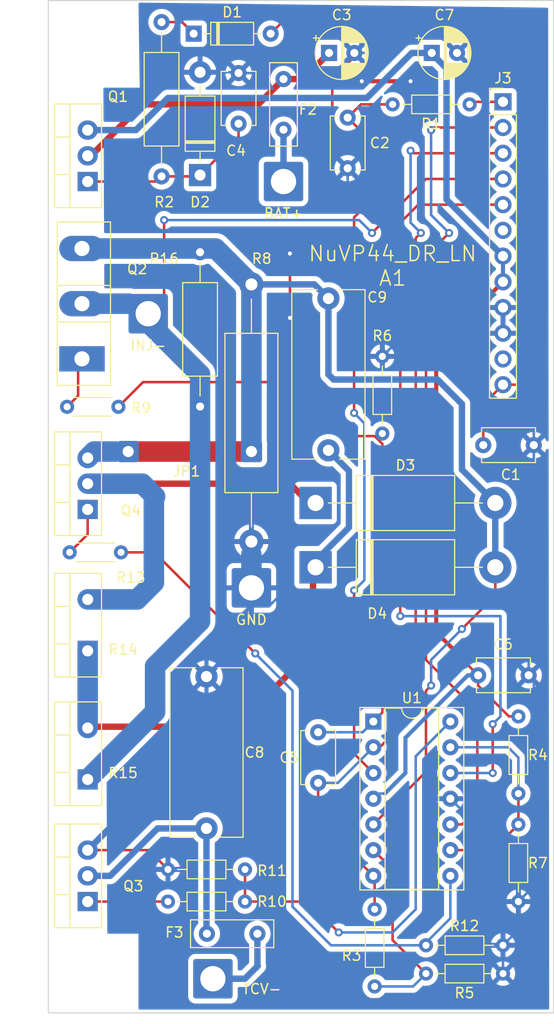
<source format=kicad_pcb>
(kicad_pcb (version 20221018) (generator pcbnew)
  (layers (0 "F.Cu" signal) (31 "B.Cu" signal) (34 "B.Paste" user) (35 "F.Paste" user) (36 "B.SilkS" user "B.Silkscreen") (37 "F.SilkS" user "F.Silkscreen") (38 "B.Mask" user) (39 "F.Mask" user) (44 "Edge.Cuts" user))
  (net 0 "")
  (net 1 "GND")
  (net 2 "+12V")
  (net 3 "Net-(U1A-+)")
  (net 4 "Net-(Q1-C)")
  (net 5 "Net-(D2-K)")
  (net 6 "Net-(J3-Pin_3)")
  (net 7 "Net-(C5-Pad2)")
  (net 8 "+5V")
  (net 9 "Net-(Q3-D)")
  (net 10 "Net-(D1-K)")
  (net 11 "Net-(D3-K)")
  (net 12 "Net-(D4-K)")
  (net 13 "Net-(J2-Pin_1)")
  (net 14 "Net-(J5-Pin_1)")
  (net 15 "Net-(J3-Pin_1)")
  (net 16 "Net-(J3-Pin_2)")
  (net 17 "Net-(J3-Pin_5)")
  (net 20 "Net-(Q3-G)")
  (net 21 "Net-(Q4-G)")
  (net 22 "Net-(U1B--)")
  (net 23 "Net-(U1C--)")
  (net 24 "Net-(D3-A)")
  (net 25 "Net-(J3-Pin_4)")
  (net 26 "Net-(Q2-G)")
  (net 27 "Net-(R12-Pad1)")
  (net 28 "Net-(R10-Pad1)")
  (footprint "Resistor_THT:R_Axial_DIN0204_L3.6mm_D1.6mm_P7.62mm_Horizontal" (layer "F.Cu") (at 168.91 53.34 180)
    (fp_text reference "R1" (at 3.81 -1.92) (layer "F.SilkS"))
    (fp_text value "10K")
    (pad "1" thru_hole circle (at 0 0 180) (size 1.4 1.4) (drill 0.7) (layers "*.Cu" "*.Mask") (net 15 "Net-(J3-Pin_1)"))
    (pad "2" thru_hole oval (at 7.62 0 180) (size 1.4 1.4) (drill 0.7) (layers "*.Cu" "*.Mask") (net 3 "Net-(U1A-+)"))
  )
  (footprint "Resistor_THT:R_Axial_DIN0204_L3.6mm_D1.6mm_P5.08mm_Horizontal" (layer "F.Cu") (at 129.3368 97.5868)
    (fp_text reference "R13" (at 6.0452 2.4892) (layer "F.SilkS"))
    (fp_text value "100R")
    (pad "1" thru_hole circle (at 0 0) (size 1.4 1.4) (drill 0.7) (layers "*.Cu" "*.Mask") (net 21 "Net-(Q4-G)"))
    (pad "2" thru_hole oval (at 5.08 0) (size 1.4 1.4) (drill 0.7) (layers "*.Cu" "*.Mask") (net 27 "Net-(R12-Pad1)"))
  )
  (footprint "Resistor_THT:R_Axial_DIN0204_L3.6mm_D1.6mm_P7.62mm_Horizontal" (layer "F.Cu") (at 146.685 132.08 180)
    (fp_text reference "R10" (at -2.667 0 180) (layer "F.SilkS"))
    (fp_text value "100R")
    (pad "1" thru_hole circle (at 0 0 180) (size 1.4 1.4) (drill 0.7) (layers "*.Cu" "*.Mask") (net 28 "Net-(R10-Pad1)"))
    (pad "2" thru_hole oval (at 7.62 0 180) (size 1.4 1.4) (drill 0.7) (layers "*.Cu" "*.Mask") (net 20 "Net-(Q3-G)"))
  )
  (footprint "Resistor_THT:R_Axial_DIN0309_L9.0mm_D3.2mm_P15.24mm_Horizontal" (layer "F.Cu") (at 138.43 45.212 -90)
    (fp_text reference "R2" (at 17.78 -0.254 -180) (layer "F.SilkS"))
    (fp_text value "220R")
    (pad "1" thru_hole circle (at 0 0 270) (size 1.6 1.6) (drill 0.8) (layers "*.Cu" "*.Mask") (net 10 "Net-(D1-K)"))
    (pad "2" thru_hole oval (at 15.24 0 270) (size 1.6 1.6) (drill 0.8) (layers "*.Cu" "*.Mask") (net 5 "Net-(D2-K)"))
  )
  (footprint "Resistor_THT:R_Axial_DIN0204_L3.6mm_D1.6mm_P7.62mm_Horizontal" (layer "F.Cu") (at 172.212 139.192 180)
    (fp_text reference "R5" (at 3.81 -1.92) (layer "F.SilkS"))
    (fp_text value "10K")
    (pad "1" thru_hole circle (at 0 0 180) (size 1.4 1.4) (drill 0.7) (layers "*.Cu" "*.Mask") (net 1 "GND"))
    (pad "2" thru_hole oval (at 7.62 0 180) (size 1.4 1.4) (drill 0.7) (layers "*.Cu" "*.Mask") (net 22 "Net-(U1B--)"))
  )
  (footprint "MountingHole:MountingHole_3.2mm_M3" (layer "F.Cu") (at 131.9276 139.1412)
    (fp_text reference "MH1" hide)
    (fp_text value "MountingHole_3.2mm_M3")
    (pad "" np_thru_hole circle (at 0 0) (size 3.2 3.2) (drill 3.2) (layers "*.Cu" "*.Mask"))
  )
  (footprint "Capacitor_THT:C_Disc_D5.1mm_W3.2mm_P5.00mm" (layer "F.Cu") (at 153.924 120.356 90)
    (fp_text reference "C5" (at 2.5 -2.85 180) (layer "F.SilkS"))
    (fp_text value "100pF")
    (pad "1" thru_hole circle (at 0 0 90) (size 1.6 1.6) (drill 0.8) (layers "*.Cu" "*.Mask") (net 6 "Net-(J3-Pin_3)"))
    (pad "2" thru_hole circle (at 5 0 90) (size 1.6 1.6) (drill 0.8) (layers "*.Cu" "*.Mask") (net 7 "Net-(C5-Pad2)"))
  )
  (footprint "Connector_PinHeader_2.54mm:PinHeader_1x12_P2.54mm_Vertical" (layer "F.Cu") (at 172.212 53.086)
    (fp_text reference "J3" (at 0 -2.33) (layer "F.SilkS"))
    (fp_text value "Conn_01x12")
    (pad "1" thru_hole rect (at 0 0) (size 1.7 1.7) (drill 1) (layers "*.Cu" "*.Mask") (net 15 "Net-(J3-Pin_1)"))
    (pad "2" thru_hole oval (at 0 2.54) (size 1.7 1.7) (drill 1) (layers "*.Cu" "*.Mask") (net 16 "Net-(J3-Pin_2)"))
    (pad "3" thru_hole oval (at 0 5.08) (size 1.7 1.7) (drill 1) (layers "*.Cu" "*.Mask") (net 6 "Net-(J3-Pin_3)"))
    (pad "4" thru_hole oval (at 0 7.62) (size 1.7 1.7) (drill 1) (layers "*.Cu" "*.Mask") (net 25 "Net-(J3-Pin_4)"))
    (pad "5" thru_hole oval (at 0 10.16) (size 1.7 1.7) (drill 1) (layers "*.Cu" "*.Mask") (net 17 "Net-(J3-Pin_5)"))
    (pad "6" thru_hole oval (at 0 12.7) (size 1.7 1.7) (drill 1) (layers "*.Cu" "*.Mask"))
    (pad "7" thru_hole oval (at 0 15.24) (size 1.7 1.7) (drill 1) (layers "*.Cu" "*.Mask") (net 8 "+5V"))
    (pad "8" thru_hole oval (at 0 17.78) (size 1.7 1.7) (drill 1) (layers "*.Cu" "*.Mask") (net 8 "+5V"))
    (pad "9" thru_hole oval (at 0 20.32) (size 1.7 1.7) (drill 1) (layers "*.Cu" "*.Mask") (net 1 "GND"))
    (pad "10" thru_hole oval (at 0 22.86) (size 1.7 1.7) (drill 1) (layers "*.Cu" "*.Mask") (net 1 "GND"))
    (pad "11" thru_hole oval (at 0 25.4) (size 1.7 1.7) (drill 1) (layers "*.Cu" "*.Mask"))
    (pad "12" thru_hole oval (at 0 27.94) (size 1.7 1.7) (drill 1) (layers "*.Cu" "*.Mask") (net 2 "+12V"))
  )
  (footprint "Resistor_THT:R_Axial_DIN0204_L3.6mm_D1.6mm_P7.62mm_Horizontal" (layer "F.Cu") (at 160.274 85.852 90)
    (fp_text reference "R6" (at 9.652 0) (layer "F.SilkS"))
    (fp_text value "10K")
    (pad "1" thru_hole circle (at 0 0 90) (size 1.4 1.4) (drill 0.7) (layers "*.Cu" "*.Mask") (net 7 "Net-(C5-Pad2)"))
    (pad "2" thru_hole oval (at 7.62 0 90) (size 1.4 1.4) (drill 0.7) (layers "*.Cu" "*.Mask") (net 1 "GND"))
  )
  (footprint "Capacitor_THT:C_Disc_D5.1mm_W3.2mm_P5.00mm" (layer "F.Cu") (at 175.26 86.995 180)
    (fp_text reference "C1" (at 2.286 -2.921 180) (layer "F.SilkS"))
    (fp_text value "1uF")
    (pad "1" thru_hole circle (at 0 0 180) (size 1.6 1.6) (drill 0.8) (layers "*.Cu" "*.Mask") (net 1 "GND"))
    (pad "2" thru_hole circle (at 5 0 180) (size 1.6 1.6) (drill 0.8) (layers "*.Cu" "*.Mask") (net 2 "+12V"))
  )
  (footprint "Connector_Wire:SolderWire-2sqmm_1x01_D2mm_OD3.9mm" (layer "F.Cu") (at 143.51 139.7)
    (fp_text reference "J5" hide)
    (fp_text value "TCV-" (at 4.826 1.016) (layer "F.SilkS"))
    (pad "1" thru_hole roundrect (at 0 0) (size 3.9 3.9) (drill 2.5) (layers "*.Cu" "*.Mask") (roundrect_rratio 0.06410307692) (net 14 "Net-(J5-Pin_1)"))
  )
  (footprint "Resistor_THT:R_Axial_DIN0204_L3.6mm_D1.6mm_P7.62mm_Horizontal" (layer "F.Cu") (at 146.685 128.905 180)
    (fp_text reference "R11" (at -2.667 -0.127) (layer "F.SilkS"))
    (fp_text value "10K")
    (pad "1" thru_hole circle (at 0 0 180) (size 1.4 1.4) (drill 0.7) (layers "*.Cu" "*.Mask") (net 28 "Net-(R10-Pad1)"))
    (pad "2" thru_hole oval (at 7.62 0 180) (size 1.4 1.4) (drill 0.7) (layers "*.Cu" "*.Mask") (net 1 "GND"))
  )
  (footprint "Resistor_THT:R_Axial_DIN0204_L3.6mm_D1.6mm_P7.62mm_Horizontal" (layer "F.Cu") (at 159.512 132.842 -90)
    (fp_text reference "R3" (at 4.572 2.286 -180) (layer "F.SilkS"))
    (fp_text value "10K")
    (pad "1" thru_hole circle (at 0 0 270) (size 1.4 1.4) (drill 0.7) (layers "*.Cu" "*.Mask") (net 6 "Net-(J3-Pin_3)"))
    (pad "2" thru_hole oval (at 7.62 0 270) (size 1.4 1.4) (drill 0.7) (layers "*.Cu" "*.Mask") (net 22 "Net-(U1B--)"))
  )
  (footprint "Capacitor_THT:CP_Radial_D5.0mm_P2.50mm" (layer "F.Cu") (at 155.004888 48.26)
    (fp_text reference "C3" (at 1.25 -3.75) (layer "F.SilkS"))
    (fp_text value "100uF" hide)
    (pad "1" thru_hole rect (at 0 0) (size 1.6 1.6) (drill 0.8) (layers "*.Cu" "*.Mask") (net 4 "Net-(Q1-C)"))
    (pad "2" thru_hole circle (at 2.5 0) (size 1.6 1.6) (drill 0.8) (layers "*.Cu" "*.Mask") (net 1 "GND"))
  )
  (footprint "Diode_THT:D_DO-41_SOD81_P10.16mm_Horizontal" (layer "F.Cu") (at 142.24 60.325 90)
    (fp_text reference "D2" (at -2.667 0 180) (layer "F.SilkS"))
    (fp_text value "5.6V")
    (pad "1" thru_hole rect (at 0 0 90) (size 2.2 2.2) (drill 1.1) (layers "*.Cu" "*.Mask") (net 5 "Net-(D2-K)"))
    (pad "2" thru_hole oval (at 10.16 0 90) (size 2.2 2.2) (drill 1.1) (layers "*.Cu" "*.Mask") (net 1 "GND"))
  )
  (footprint "Capacitor_THT:C_Rect_L16.5mm_W7.0mm_P15.00mm_MKT" (layer "F.Cu") (at 154.94 72.51 -90)
    (fp_text reference "C9" (at -0.12 -4.826 -180) (layer "F.SilkS"))
    (fp_text value "0.1uF")
    (pad "1" thru_hole circle (at 0 0 270) (size 2.2 2.2) (drill 1.1) (layers "*.Cu" "*.Mask") (net 24 "Net-(D3-A)"))
    (pad "2" thru_hole circle (at 15 0 270) (size 2.2 2.2) (drill 1.1) (layers "*.Cu" "*.Mask") (net 12 "Net-(D4-K)"))
  )
  (footprint "Package_TO_SOT_THT:TO-247-3_Vertical" (layer "F.Cu") (at 130.556 78.475 90)
    (fp_text reference "Q2" (at 8.879 5.461 180) (layer "F.SilkS"))
    (fp_text value "IRF250P225")
    (pad "1" thru_hole rect (at 0 0 90) (size 2.5 4.5) (drill 1.5) (layers "*.Cu" "*.Mask") (net 26 "Net-(Q2-G)"))
    (pad "2" thru_hole oval (at 5.45 0 90) (size 2.5 4.5) (drill 1.5) (layers "*.Cu" "*.Mask") (net 25 "Net-(J3-Pin_4)"))
    (pad "3" thru_hole oval (at 10.9 0 90) (size 2.5 4.5) (drill 1.5) (layers "*.Cu" "*.Mask") (net 24 "Net-(D3-A)"))
  )
  (footprint "Connector_Wire:SolderWire-0.5sqmm_1x01_D0.9mm_OD2.1mm" (layer "F.Cu") (at 147.32 87.63)
    (fp_text reference "J6" hide)
    (fp_text value "TCV" hide)
    (pad "1" thru_hole roundrect (at 0 0) (size 2.1 2.1) (drill 1.1) (layers "*.Cu" "*.Mask") (roundrect_rratio 0.1190480952) (net 24 "Net-(D3-A)"))
  )
  (footprint "Capacitor_THT:C_Disc_D5.1mm_W3.2mm_P5.00mm" (layer "F.Cu") (at 146.05 50.245 -90)
    (fp_text reference "C4" (at 7.667 0.254 -180) (layer "F.SilkS"))
    (fp_text value "1uF")
    (pad "1" thru_hole circle (at 0 0 270) (size 1.6 1.6) (drill 0.8) (layers "*.Cu" "*.Mask") (net 1 "GND"))
    (pad "2" thru_hole circle (at 5 0 270) (size 1.6 1.6) (drill 0.8) (layers "*.Cu" "*.Mask") (net 5 "Net-(D2-K)"))
  )
  (footprint "Connector_Wire:SolderWire-2sqmm_1x01_D2mm_OD3.9mm" (layer "F.Cu") (at 147.32 101.092)
    (fp_text reference "J1" hide)
    (fp_text value "GND" (at 0 3.15) (layer "F.SilkS"))
    (pad "1" thru_hole roundrect (at 0 0) (size 3.9 3.9) (drill 2.5) (layers "*.Cu" "*.Mask") (roundrect_rratio 0.06410307692) (net 1 "GND"))
  )
  (footprint "Diode_THT:D_DO-35_SOD27_P7.62mm_Horizontal" (layer "F.Cu") (at 141.605 46.355)
    (fp_text reference "D1" (at 3.81 -2.12) (layer "F.SilkS"))
    (fp_text value "1N914B")
    (pad "1" thru_hole rect (at 0 0) (size 1.6 1.6) (drill 0.8) (layers "*.Cu" "*.Mask") (net 10 "Net-(D1-K)"))
    (pad "2" thru_hole oval (at 7.62 0) (size 1.6 1.6) (drill 0.8) (layers "*.Cu" "*.Mask") (net 2 "+12V"))
  )
  (footprint "Resistor_THT:R_Axial_DIN0204_L3.6mm_D1.6mm_P7.62mm_Horizontal" (layer "F.Cu") (at 173.736 113.792 -90)
    (fp_text reference "R4" (at 3.81 -1.92 -180) (layer "F.SilkS"))
    (fp_text value "10K")
    (pad "1" thru_hole circle (at 0 0 270) (size 1.4 1.4) (drill 0.7) (layers "*.Cu" "*.Mask") (net 8 "+5V"))
    (pad "2" thru_hole oval (at 7.62 0 270) (size 1.4 1.4) (drill 0.7) (layers "*.Cu" "*.Mask") (net 23 "Net-(U1C--)"))
  )
  (footprint "MYfootprints:D_DO-201AD_P17.78mm_Horizontal" (layer "F.Cu") (at 154.94 92.71)
    (fp_text reference "D3" (at 7.62 -3.72) (layer "F.SilkS"))
    (fp_text value "31V")
    (pad "1" thru_hole rect (at -1.27 0) (size 3.2 3.2) (drill 1.6) (layers "*.Cu" "*.Mask") (net 11 "Net-(D3-K)"))
    (pad "2" thru_hole oval (at 16.51 0) (size 3.2 3.2) (drill 1.6) (layers "*.Cu" "*.Mask") (net 24 "Net-(D3-A)"))
  )
  (footprint "Package_DIP:DIP-14_W7.62mm_Socket" (layer "F.Cu") (at 159.385 114.3)
    (fp_text reference "U1" (at 3.81 -2.33) (layer "F.SilkS"))
    (fp_text value "Opamp_Quad")
    (pad "1" thru_hole rect (at 0 0) (size 1.6 1.6) (drill 0.8) (layers "*.Cu" "*.Mask") (net 7 "Net-(C5-Pad2)"))
    (pad "2" thru_hole oval (at 0 2.54) (size 1.6 1.6) (drill 0.8) (layers "*.Cu" "*.Mask") (net 6 "Net-(J3-Pin_3)"))
    (pad "3" thru_hole oval (at 0 5.08) (size 1.6 1.6) (drill 0.8) (layers "*.Cu" "*.Mask") (net 3 "Net-(U1A-+)"))
    (pad "4" thru_hole oval (at 0 7.62) (size 1.6 1.6) (drill 0.8) (layers "*.Cu" "*.Mask") (net 8 "+5V"))
    (pad "5" thru_hole oval (at 0 10.16) (size 1.6 1.6) (drill 0.8) (layers "*.Cu" "*.Mask") (net 24 "Net-(D3-A)"))
    (pad "6" thru_hole oval (at 0 12.7) (size 1.6 1.6) (drill 0.8) (layers "*.Cu" "*.Mask") (net 22 "Net-(U1B--)"))
    (pad "7" thru_hole oval (at 0 15.24) (size 1.6 1.6) (drill 0.8) (layers "*.Cu" "*.Mask") (net 6 "Net-(J3-Pin_3)"))
    (pad "8" thru_hole oval (at 7.62 15.24) (size 1.6 1.6) (drill 0.8) (layers "*.Cu" "*.Mask") (net 27 "Net-(R12-Pad1)"))
    (pad "9" thru_hole oval (at 7.62 12.7) (size 1.6 1.6) (drill 0.8) (layers "*.Cu" "*.Mask") (net 23 "Net-(U1C--)"))
    (pad "10" thru_hole oval (at 7.62 10.16) (size 1.6 1.6) (drill 0.8) (layers "*.Cu" "*.Mask") (net 16 "Net-(J3-Pin_2)"))
    (pad "11" thru_hole oval (at 7.62 7.62) (size 1.6 1.6) (drill 0.8) (layers "*.Cu" "*.Mask") (net 1 "GND"))
    (pad "12" thru_hole oval (at 7.62 5.08) (size 1.6 1.6) (drill 0.8) (layers "*.Cu" "*.Mask") (net 17 "Net-(J3-Pin_5)"))
    (pad "13" thru_hole oval (at 7.62 2.54) (size 1.6 1.6) (drill 0.8) (layers "*.Cu" "*.Mask") (net 23 "Net-(U1C--)"))
    (pad "14" thru_hole oval (at 7.62 0) (size 1.6 1.6) (drill 0.8) (layers "*.Cu" "*.Mask") (net 28 "Net-(R10-Pad1)"))
  )
  (footprint "MountingHole:MountingHole_3.2mm_M3" (layer "F.Cu") (at 132.0292 47.1932)
    (fp_text reference "MH2" hide)
    (fp_text value "MountingHole_3.2mm_M3")
    (pad "" np_thru_hole circle (at 0 0) (size 3.2 3.2) (drill 3.2) (layers "*.Cu" "*.Mask"))
  )
  (footprint "Resistor_THT:R_Axial_DIN0204_L3.6mm_D1.6mm_P7.62mm_Horizontal" (layer "F.Cu") (at 173.736 124.46 -90)
    (fp_text reference "R7" (at 3.81 -1.92 -180) (layer "F.SilkS"))
    (fp_text value "10K")
    (pad "1" thru_hole circle (at 0 0 270) (size 1.4 1.4) (drill 0.7) (layers "*.Cu" "*.Mask") (net 23 "Net-(U1C--)"))
    (pad "2" thru_hole oval (at 7.62 0 270) (size 1.4 1.4) (drill 0.7) (layers "*.Cu" "*.Mask") (net 1 "GND"))
  )
  (footprint "Package_TO_SOT_THT:TO-220-3_Vertical" (layer "F.Cu") (at 131.12 93.345 90)
    (fp_text reference "Q4" (at -0.127 4.262 180) (layer "F.SilkS"))
    (fp_text value "75NF20")
    (pad "1" thru_hole rect (at 0 0 90) (size 1.905 2) (drill 1.1) (layers "*.Cu" "*.Mask") (net 21 "Net-(Q4-G)"))
    (pad "2" thru_hole oval (at 2.54 0 90) (size 1.905 2) (drill 1.1) (layers "*.Cu" "*.Mask") (net 11 "Net-(D3-K)"))
    (pad "3" thru_hole oval (at 5.08 0 90) (size 1.905 2) (drill 1.1) (layers "*.Cu" "*.Mask") (net 24 "Net-(D3-A)"))
  )
  (footprint "Package_TO_SOT_THT:TO-220-3_Vertical" (layer "F.Cu") (at 131.12 60.96 90)
    (fp_text reference "Q1" (at 8.382 2.992 180) (layer "F.SilkS"))
    (fp_text value "MJF44H11G")
    (pad "1" thru_hole rect (at 0 0 90) (size 1.905 2) (drill 1.1) (layers "*.Cu" "*.Mask") (net 5 "Net-(D2-K)"))
    (pad "2" thru_hole oval (at 2.54 0 90) (size 1.905 2) (drill 1.1) (layers "*.Cu" "*.Mask") (net 4 "Net-(Q1-C)"))
    (pad "3" thru_hole oval (at 5.08 0 90) (size 1.905 2) (drill 1.1) (layers "*.Cu" "*.Mask") (net 8 "+5V"))
  )
  (footprint "MYfootprints:D_DO-201AD_P17.78mm_Horizontal" (layer "F.Cu") (at 154.94 99.06)
    (fp_text reference "D4" (at 4.826 4.572) (layer "F.SilkS"))
    (fp_text value "31V")
    (pad "1" thru_hole rect (at -1.27 0) (size 3.2 3.2) (drill 1.6) (layers "*.Cu" "*.Mask") (net 12 "Net-(D4-K)"))
    (pad "2" thru_hole oval (at 16.51 0) (size 3.2 3.2) (drill 1.6) (layers "*.Cu" "*.Mask") (net 24 "Net-(D3-A)"))
  )
  (footprint "Package_TO_SOT_THT:TO-220-2_Vertical" (layer "F.Cu") (at 131.12 120.015 90)
    (fp_text reference "R15" (at 0.635 3.5 180) (layer "F.SilkS"))
    (fp_text value "1R")
    (pad "1" thru_hole rect (at 0 0 90) (size 2 2) (drill 1.1) (layers "*.Cu" "*.Mask") (net 25 "Net-(J3-Pin_4)"))
    (pad "2" thru_hole oval (at 5.08 0 90) (size 2 2) (drill 1.1) (layers "*.Cu" "*.Mask") (net 12 "Net-(D4-K)"))
  )
  (footprint "Capacitor_THT:C_Disc_D5.1mm_W3.2mm_P5.00mm" (layer "F.Cu") (at 156.845 59.65 90)
    (fp_text reference "C2" (at 2.5 3.175 180) (layer "F.SilkS"))
    (fp_text value "0.1uF")
    (pad "1" thru_hole circle (at 0 0 90) (size 1.6 1.6) (drill 0.8) (layers "*.Cu" "*.Mask") (net 1 "GND"))
    (pad "2" thru_hole circle (at 5 0 90) (size 1.6 1.6) (drill 0.8) (layers "*.Cu" "*.Mask") (net 3 "Net-(U1A-+)"))
  )
  (footprint "Capacitor_THT:C_Rect_L16.5mm_W7.0mm_P15.00mm_MKT" (layer "F.Cu") (at 142.875 109.855 -90)
    (fp_text reference "C8" (at 7.5 -4.75 -180) (layer "F.SilkS"))
    (fp_text value "1uF")
    (pad "1" thru_hole circle (at 0 0 270) (size 2.2 2.2) (drill 1.1) (layers "*.Cu" "*.Mask") (net 1 "GND"))
    (pad "2" thru_hole circle (at 15 0 270) (size 2.2 2.2) (drill 1.1) (layers "*.Cu" "*.Mask") (net 9 "Net-(Q3-D)"))
  )
  (footprint "Resistor_THT:R_Axial_DIN0516_L15.5mm_D5.0mm_P25.40mm_Horizontal" (layer "F.Cu") (at 147.32 71.12 -90)
    (fp_text reference "R8" (at -2.54 -1.016) (layer "F.SilkS"))
    (fp_text value ".05R")
    (pad "1" thru_hole circle (at 0 0 270) (size 2.4 2.4) (drill 1.2) (layers "*.Cu" "*.Mask") (net 24 "Net-(D3-A)"))
    (pad "2" thru_hole oval (at 25.4 0 270) (size 2.4 2.4) (drill 1.2) (layers "*.Cu" "*.Mask") (net 1 "GND"))
  )
  (footprint "Connector_Wire:SolderWire-2sqmm_1x01_D2mm_OD3.9mm" (layer "F.Cu") (at 137.1092 74.0156)
    (fp_text reference "J4" hide)
    (fp_text value "INJ-" (at 0 3.15) (layer "F.SilkS"))
    (pad "1" thru_hole roundrect (at 0 0) (size 3.9 3.9) (drill 2.5) (layers "*.Cu" "*.Mask") (roundrect_rratio 0.06410307692) (net 25 "Net-(J3-Pin_4)"))
  )
  (footprint "Capacitor_THT:CP_Radial_D5.0mm_P2.50mm" (layer "F.Cu") (at 165.164888 48.26)
    (fp_text reference "C7" (at 1.25 -3.75) (layer "F.SilkS"))
    (fp_text value "100uF")
    (pad "1" thru_hole rect (at 0 0) (size 1.6 1.6) (drill 0.8) (layers "*.Cu" "*.Mask") (net 8 "+5V"))
    (pad "2" thru_hole circle (at 2.5 0) (size 1.6 1.6) (drill 0.8) (layers "*.Cu" "*.Mask") (net 1 "GND"))
  )
  (footprint "Resistor_THT:R_Axial_DIN0204_L3.6mm_D1.6mm_P7.62mm_Horizontal" (layer "F.Cu") (at 164.592 136.398)
    (fp_text reference "R12" (at 3.81 -1.92) (layer "F.SilkS"))
    (fp_text value "10K")
    (pad "1" thru_hole circle (at 0 0) (size 1.4 1.4) (drill 0.7) (layers "*.Cu" "*.Mask") (net 27 "Net-(R12-Pad1)"))
    (pad "2" thru_hole oval (at 7.62 0) (size 1.4 1.4) (drill 0.7) (layers "*.Cu" "*.Mask") (net 1 "GND"))
  )
  (footprint "Capacitor_THT:C_Disc_D8.0mm_W2.5mm_P5.00mm" (layer "F.Cu") (at 142.915 135.255)
    (fp_text reference "F3" (at -3.215 -0.127) (layer "F.SilkS"))
    (fp_text value "Polyfuse")
    (pad "1" thru_hole circle (at 0 0) (size 1.6 1.6) (drill 0.8) (layers "*.Cu" "*.Mask") (net 9 "Net-(Q3-D)"))
    (pad "2" thru_hole circle (at 5 0) (size 1.6 1.6) (drill 0.8) (layers "*.Cu" "*.Mask") (net 14 "Net-(J5-Pin_1)"))
  )
  (footprint "Resistor_THT:R_Axial_DIN0309_L9.0mm_D3.2mm_P15.24mm_Horizontal" (layer "F.Cu") (at 142.24 67.945 -90)
    (fp_text reference "R16" (at 0.635 3.556 -180) (layer "F.SilkS"))
    (fp_text value "220R")
    (pad "1" thru_hole circle (at 0 0 270) (size 1.6 1.6) (drill 0.8) (layers "*.Cu" "*.Mask") (net 24 "Net-(D3-A)"))
    (pad "2" thru_hole oval (at 15.24 0 270) (size 1.6 1.6) (drill 0.8) (layers "*.Cu" "*.Mask") (net 25 "Net-(J3-Pin_4)"))
  )
  (footprint "Package_TO_SOT_THT:TO-220-2_Vertical" (layer "F.Cu") (at 131.12 107.315 90)
    (fp_text reference "R14" (at 0.127 3.5 180) (layer "F.SilkS"))
    (fp_text value "1R")
    (pad "1" thru_hole rect (at 0 0 90) (size 2 2) (drill 1.1) (layers "*.Cu" "*.Mask") (net 12 "Net-(D4-K)"))
    (pad "2" thru_hole oval (at 5.08 0 90) (size 2 2) (drill 1.1) (layers "*.Cu" "*.Mask") (net 11 "Net-(D3-K)"))
  )
  (footprint "Capacitor_THT:C_Disc_D8.0mm_W2.5mm_P5.00mm" (layer "F.Cu") (at 150.495 55.84 90)
    (fp_text reference "F2" (at 1.992 2.413 180) (layer "F.SilkS"))
    (fp_text value "Polyfuse")
    (pad "1" thru_hole circle (at 0 0 90) (size 1.6 1.6) (drill 0.8) (layers "*.Cu" "*.Mask") (net 13 "Net-(J2-Pin_1)"))
    (pad "2" thru_hole circle (at 5 0 90) (size 1.6 1.6) (drill 0.8) (layers "*.Cu" "*.Mask") (net 4 "Net-(Q1-C)"))
  )
  (footprint "Capacitor_THT:C_Disc_D5.1mm_W3.2mm_P5.00mm" (layer "F.Cu") (at 174.752 109.728 180)
    (fp_text reference "C6" (at 2.54 3.048) (layer "F.SilkS"))
    (fp_text value "0.1uF")
    (pad "1" thru_hole circle (at 0 0 180) (size 1.6 1.6) (drill 0.8) (layers "*.Cu" "*.Mask") (net 1 "GND"))
    (pad "2" thru_hole circle (at 5 0 180) (size 1.6 1.6) (drill 0.8) (layers "*.Cu" "*.Mask") (net 8 "+5V"))
  )
  (footprint "Connector_Wire:SolderWire-0.5sqmm_1x01_D0.9mm_OD2.1mm" (layer "F.Cu") (at 135.128 87.63)
    (fp_text reference "J7" hide)
    (fp_text value "TCV" hide)
    (pad "1" thru_hole roundrect (at 0 0) (size 2.1 2.1) (drill 1.1) (layers "*.Cu" "*.Mask") (roundrect_rratio 0.1190480952) (net 24 "Net-(D3-A)"))
  )
  (footprint "Package_TO_SOT_THT:TO-220-3_Vertical" (layer "F.Cu") (at 131.12 132.08 90)
    (fp_text reference "Q3" (at 1.524 4.516 180) (layer "F.SilkS"))
    (fp_text value "IRL2910")
    (pad "1" thru_hole rect (at 0 0 90) (size 1.905 2) (drill 1.1) (layers "*.Cu" "*.Mask") (net 20 "Net-(Q3-G)"))
    (pad "2" thru_hole oval (at 2.54 0 90) (size 1.905 2) (drill 1.1) (layers "*.Cu" "*.Mask") (net 9 "Net-(Q3-D)"))
    (pad "3" thru_hole oval (at 5.08 0 90) (size 1.905 2) (drill 1.1) (layers "*.Cu" "*.Mask") (net 1 "GND"))
  )
  (footprint "Connector_Wire:SolderWire-2sqmm_1x01_D2mm_OD3.9mm" (layer "F.Cu") (at 150.495 60.96)
    (fp_text reference "J2" hide)
    (fp_text value "BAT+" (at 0 3.15) (layer "F.SilkS"))
    (pad "1" thru_hole roundrect (at 0 0) (size 3.9 3.9) (drill 2.5) (layers "*.Cu" "*.Mask") (roundrect_rratio 0.06410307692) (net 13 "Net-(J2-Pin_1)"))
  )
  (footprint "Resistor_THT:R_Axial_DIN0204_L3.6mm_D1.6mm_P5.08mm_Horizontal" (layer "F.Cu") (at 134.1628 83.2104 180)
    (fp_text reference "R9" (at -2.2352 -0.1016 180) (layer "F.SilkS"))
    (fp_text value "100R")
    (pad "1" thru_hole circle (at 0 0 180) (size 1.4 1.4) (drill 0.7) (layers "*.Cu" "*.Mask") (net 7 "Net-(C5-Pad2)"))
    (pad "2" thru_hole oval (at 5.08 0 180) (size 1.4 1.4) (drill 0.7) (layers "*.Cu" "*.Mask") (net 26 "Net-(Q2-G)"))
  )
  (gr_rect (start 127.22 43.08) (end 177.22 143.08) (stroke (width 0.1)) (fill none) (layer "Edge.Cuts"))
  (gr_text "JP1" (at 139.446 90.17) (layer "F.SilkS") (effects (font (size 1 1)) (justify left bottom)))
  (gr_text "NuVP44_DR_LN\nA1" (at 161.29 71.374) (layer "F.SilkS") (effects (font (size 1.5 1.5)) (justify bottom)))
  (segment (start 151.13 68.326) (end 151.384 68.072) (width 0.25) (layer "F.Cu") (net 1))
  (segment (start 157.504888 48.26) (end 157.504888 48.616112) (width 0.25) (layer "F.Cu") (net 1))
  (segment (start 137.16 127) (end 131.12 127) (width 0.25) (layer "F.Cu") (net 1))
  (segment (start 151.13 74.422) (end 151.13 68.326) (width 0.25) (layer "F.Cu") (net 1))
  (segment (start 157.504888 48.616112) (end 155.321 50.8) (width 0.25) (layer "F.Cu") (net 1))
  (segment (start 155.321 58.126) (end 156.845 59.65) (width 0.25) (layer "F.Cu") (net 1))
  (segment (start 163.068 51.054) (end 158.242 51.054) (width 0.4064) (layer "F.Cu") (net 1))
  (segment (start 155.321 50.8) (end 155.321 58.126) (width 0.25) (layer "F.Cu") (net 1))
  (segment (start 137.16 127) (end 139.065 128.905) (width 0.25) (layer "F.Cu") (net 1))
  (via (at 163.068 51.054) (size 0.8) (drill 0.4) (layers "F.Cu" "B.Cu") (net 1))
  (via (at 151.13 74.422) (size 0.8) (drill 0.4) (layers "F.Cu" "B.Cu") (net 1))
  (via (at 158.242 51.054) (size 0.8) (drill 0.4) (layers "F.Cu" "B.Cu") (net 1))
  (via (at 151.13 68.072) (size 0.8) (drill 0.4) (layers "F.Cu" "B.Cu") (net 1))
  (segment (start 160.274 78.232) (end 162.56 75.946) (width 0.25) (layer "B.Cu") (net 1))
  (segment (start 158.115 47.649888) (end 157.504888 48.26) (width 0.25) (layer "B.Cu") (net 1))
  (segment (start 174.752 102.616) (end 175.26 102.108) (width 0.25) (layer "B.Cu") (net 1))
  (segment (start 136.553 121.567) (end 136.934 121.186) (width 0.635) (layer "B.Cu") (net 1))
  (segment (start 142.24 50.165) (end 145.97 50.165) (width 0.25) (layer "B.Cu") (net 1))
  (segment (start 167.005 121.92) (end 173.736 128.651) (width 0.25) (layer "B.Cu") (net 1))
  (segment (start 136.68 121.44) (end 136.704488 121.415512) (width 0.25) (layer "B.Cu") (net 1))
  (segment (start 158.115 46.99) (end 158.115 47.649888) (width 0.25) (layer "B.Cu") (net 1))
  (segment (start 157.504888 48.26) (end 160.02 48.26) (width 0.25) (layer "B.Cu") (net 1))
  (segment (start 155.575 44.45) (end 158.115 46.99) (width 0.25) (layer "B.Cu") (net 1))
  (segment (start 173.736 75.946) (end 172.212 75.946) (width 0.25) (layer "B.Cu") (net 1))
  (segment (start 156.845 61.341) (end 168.91 73.406) (width 0.25) (layer "B.Cu") (net 1))
  (segment (start 151.765 48.26) (end 151.765 46.99) (width 0.25) (layer "B.Cu") (net 1))
  (segment (start 146.05 50.245) (end 147.875 50.245) (width 0.25) (layer "B.Cu") (net 1))
  (segment (start 164.489888 45.085) (end 167.664888 48.26) (width 0.25) (layer "B.Cu") (net 1))
  (segment (start 169.672 141.732) (end 172.212 139.192) (width 0.25) (layer "B.Cu") (net 1))
  (segment (start 168.91 73.406) (end 172.212 73.406) (width 0.25) (layer "B.Cu") (net 1))
  (segment (start 147.32 102.87) (end 142.875 107.315) (width 0.4064) (layer "B.Cu") (net 1))
  (segment (start 175.26 102.108) (end 175.26 77.47) (width 0.25) (layer "B.Cu") (net 1))
  (segment (start 149.86 48.26) (end 151.765 48.26) (width 0.25) (layer "B.Cu") (net 1))
  (segment (start 131.12 127) (end 136.553 121.567) (width 0.635) (layer "B.Cu") (net 1))
  (segment (start 175.26 130.556) (end 175.26 110.236) (width 0.25) (layer "B.Cu") (net 1))
  (segment (start 173.736 132.08) (end 175.26 130.556) (width 0.25) (layer "B.Cu") (net 1))
  (segment (start 163.195 45.085) (end 164.489888 45.085) (width 0.25) (layer "B.Cu") (net 1))
  (segment (start 173.736 128.651) (end 173.736 132.08) (width 0.25) (layer "B.Cu") (net 1))
  (segment (start 174.244 102.108) (end 174.752 102.616) (width 0.25) (layer "B.Cu") (net 1))
  (segment (start 150.368 141.732) (end 169.672 141.732) (width 0.25) (layer "B.Cu") (net 1))
  (segment (start 173.736 132.08) (end 173.736 134.874) (width 0.25) (layer "B.Cu") (net 1))
  (segment (start 174.752 109.728) (end 174.752 102.616) (width 0.25) (layer "B.Cu") (net 1))
  (segment (start 136.934 121.186) (end 136.68 121.44) (width 0.4064) (layer "B.Cu") (net 1))
  (segment (start 175.26 110.236) (end 174.7642 109.7402) (width 0.25) (layer "B.Cu") (net 1))
  (segment (start 150.368 121.666) (end 136.652 121.666) (width 0.25) (layer "B.Cu") (net 1))
  (segment (start 154.305 44.45) (end 155.575 44.45) (width 0.25) (layer "B.Cu") (net 1))
  (segment (start 147.875 50.245) (end 149.86 48.26) (width 0.25) (layer "B.Cu") (net 1))
  (segment (start 150.368 121.666) (end 150.368 141.732) (width 0.25) (layer "B.Cu") (net 1))
  (segment (start 156.845 59.65) (end 156.845 61.341) (width 0.25) (layer "B.Cu") (net 1))
  (segment (start 173.736 134.874) (end 172.212 136.398) (width 0.25) (layer "B.Cu") (net 1))
  (segment (start 160.02 48.26) (end 163.195 45.085) (width 0.25) (layer "B.Cu") (net 1))
  (segment (start 142.875 115.245) (end 136.934 121.186) (width 0.4064) (layer "B.Cu") (net 1))
  (segment (start 162.56 75.946) (end 172.212 75.946) (width 0.25) (layer "B.Cu") (net 1))
  (segment (start 172.212 75.946) (end 172.212 73.406) (width 0.25) (layer "B.Cu") (net 1))
  (segment (start 149.098 102.87) (end 149.86 102.108) (width 0.25) (layer "B.Cu") (net 1))
  (segment (start 142.875 109.855) (end 142.875 115.245) (width 0.4064) (layer "B.Cu") (net 1))
  (segment (start 172.212 136.398) (end 172.212 139.192) (width 0.25) (layer "B.Cu") (net 1))
  (segment (start 175.26 77.47) (end 173.736 75.946) (width 0.25) (layer "B.Cu") (net 1))
  (segment (start 151.765 46.99) (end 154.305 44.45) (width 0.25) (layer "B.Cu") (net 1))
  (segment (start 149.86 102.108) (end 174.244 102.108) (width 0.25) (layer "B.Cu") (net 1))
  (segment (start 142.875 107.315) (end 142.875 109.855) (width 0.4064) (layer "B.Cu") (net 1))
  (segment (start 147.32 101.092) (end 147.32 97.79) (width 2.032) (layer "B.Cu") (net 1))
  (segment (start 136.652 121.666) (end 136.553 121.567) (width 0.25) (layer "B.Cu") (net 1))
  (segment (start 149.225 46.355) (end 150.495 45.085) (width 0.25) (layer "F.Cu") (net 2))
  (segment (start 174.244 81.026) (end 172.212 81.026) (width 0.25) (layer "F.Cu") (net 2))
  (segment (start 150.495 45.085) (end 175.26 45.085) (width 0.25) (layer "F.Cu") (net 2))
  (segment (start 175.26 80.01) (end 174.244 81.026) (width 0.25) (layer "F.Cu") (net 2))
  (segment (start 175.26 45.085) (end 175.26 80.01) (width 0.25) (layer "F.Cu") (net 2))
  (segment (start 170.26 86.995) (end 170.26 82.978) (width 0.25) (layer "F.Cu") (net 2))
  (segment (start 170.26 82.978) (end 172.212 81.026) (width 0.25) (layer "F.Cu") (net 2))
  (segment (start 157.48 83.82) (end 157.48 64.502876) (width 0.25) (layer "F.Cu") (net 3))
  (segment (start 157.48 64.502876) (end 158.633088 63.349788) (width 0.25) (layer "F.Cu") (net 3))
  (segment (start 159.385 119.38) (end 157.48 117.475) (width 0.25) (layer "F.Cu") (net 3))
  (segment (start 157.48 117.475) (end 157.48 101.346) (width 0.25) (layer "F.Cu") (net 3))
  (segment (start 161.29 53.34) (end 158.155 53.34) (width 0.25) (layer "F.Cu") (net 3))
  (segment (start 158.633088 63.349788) (end 158.633088 56.438088) (width 0.25) (layer "F.Cu") (net 3))
  (segment (start 158.633088 56.438088) (end 156.845 54.65) (width 0.25) (layer "F.Cu") (net 3))
  (segment (start 158.155 53.34) (end 156.845 54.65) (width 0.25) (layer "F.Cu") (net 3))
  (via (at 157.48 83.82) (size 0.8) (drill 0.4) (layers "F.Cu" "B.Cu") (net 3))
  (via (at 157.48 101.346) (size 0.8) (drill 0.4) (layers "F.Cu" "B.Cu") (net 3))
  (segment (start 158.496 100.33) (end 157.48 101.346) (width 0.25) (layer "B.Cu") (net 3))
  (segment (start 158.496 84.836) (end 158.496 100.33) (width 0.25) (layer "B.Cu") (net 3))
  (segment (start 157.48 83.82) (end 158.496 84.836) (width 0.25) (layer "B.Cu") (net 3))
  (segment (start 152.424888 50.84) (end 155.004888 48.26) (width 0.635) (layer "F.Cu") (net 4))
  (segment (start 150.495 50.84) (end 152.424888 50.84) (width 0.635) (layer "F.Cu") (net 4))
  (segment (start 147.995 53.34) (end 150.495 50.84) (width 0.635) (layer "F.Cu") (net 4))
  (segment (start 136.525 53.34) (end 147.995 53.34) (width 0.635) (layer "F.Cu") (net 4))
  (segment (start 131.445 58.42) (end 136.525 53.34) (width 0.635) (layer "F.Cu") (net 4))
  (segment (start 138.43 60.452) (end 142.113 60.452) (width 0.25) (layer "F.Cu") (net 5))
  (segment (start 146.05 56.515) (end 146.05 55.245) (width 0.25) (layer "F.Cu") (net 5))
  (segment (start 131.12 60.96) (end 137.922 60.96) (width 0.25) (layer "F.Cu") (net 5))
  (segment (start 142.24 60.325) (end 146.05 56.515) (width 0.25) (layer "F.Cu") (net 5))
  (segment (start 137.922 60.96) (end 138.43 60.452) (width 0.25) (layer "F.Cu") (net 5))
  (segment (start 153.924 124.079) (end 153.924 120.356) (width 0.25) (layer "F.Cu") (net 6))
  (segment (start 163.322 58.166) (end 163.068 57.912) (width 0.25) (layer "F.Cu") (net 6))
  (segment (start 160.02 116.84) (end 163.576 113.284) (width 0.25) (layer "F.Cu") (net 6))
  (segment (start 159.385 129.54) (end 153.924 124.079) (width 0.25) (layer "F.Cu") (net 6))
  (segment (start 159.512 132.842) (end 159.512 129.667) (width 0.25) (layer "F.Cu") (net 6))
  (segment (start 172.212 58.166) (end 163.322 58.166) (width 0.25) (layer "F.Cu") (net 6))
  (segment (start 163.576 66.548) (end 164.084 66.04) (width 0.25) (layer "F.Cu") (net 6))
  (segment (start 163.576 113.284) (end 163.576 66.548) (width 0.25) (layer "F.Cu") (net 6))
  (via (at 164.084 66.04) (size 0.8) (drill 0.4) (layers "F.Cu" "B.Cu") (net 6))
  (via (at 163.068 57.912) (size 0.8) (drill 0.4) (layers "F.Cu" "B.Cu") (net 6))
  (segment (start 163.068 65.024) (end 164.084 66.04) (width 0.25) (layer "B.Cu") (net 6))
  (segment (start 155.869 120.356) (end 159.385 116.84) (width 0.25) (layer "B.Cu") (net 6))
  (segment (start 163.068 57.912) (end 163.068 65.024) (width 0.25) (layer "B.Cu") (net 6))
  (segment (start 153.924 120.356) (end 155.869 120.356) (width 0.25) (layer "B.Cu") (net 6))
  (segment (start 160.274 86.868) (end 160.274 113.411) (width 0.25) (layer "F.Cu") (net 7))
  (segment (start 134.1628 83.2104) (end 136.6012 80.772) (width 0.25) (layer "F.Cu") (net 7))
  (segment (start 136.6012 80.772) (end 151.384 80.772) (width 0.25) (layer "F.Cu") (net 7))
  (segment (start 156.718 86.106) (end 159.512 86.106) (width 0.25) (layer "F.Cu") (net 7))
  (segment (start 151.384 80.772) (end 156.718 86.106) (width 0.25) (layer "F.Cu") (net 7))
  (segment (start 159.512 86.106) (end 160.274 86.868) (width 0.25) (layer "F.Cu") (net 7))
  (segment (start 160.274 113.411) (end 159.385 114.3) (width 0.25) (layer "F.Cu") (net 7))
  (segment (start 153.924 115.356) (end 158.329 115.356) (width 0.25) (layer "B.Cu") (net 7))
  (segment (start 158.329 115.356) (end 159.385 114.3) (width 0.25) (layer "B.Cu") (net 7))
  (segment (start 165.608 105.46863) (end 165.608 77.47) (width 0.4064) (layer "F.Cu") (net 8))
  (segment (start 169.752 109.728) (end 168.736 108.712) (width 0.25) (layer "F.Cu") (net 8))
  (segment (start 168.736 108.712) (end 168.736 108.59663) (width 0.25) (layer "F.Cu") (net 8))
  (segment (start 169.752 109.728) (end 169.752 110.744) (width 0.25) (layer "F.Cu") (net 8))
  (segment (start 168.736 108.59663) (end 165.608 105.46863) (width 0.4064) (layer "F.Cu") (net 8))
  (segment (start 169.752 110.744) (end 172.8 113.792) (width 0.25) (layer "F.Cu") (net 8))
  (segment (start 172.8 113.792) (end 173.736 113.792) (width 0.25) (layer "F.Cu") (net 8))
  (segment (start 165.608 77.47) (end 172.212 70.866) (width 0.4064) (layer "F.Cu") (net 8))
  (segment (start 162.56 119.38) (end 160.528 121.412) (width 0.4064) (layer "B.Cu") (net 8))
  (segment (start 160.528 121.412) (end 160.02 121.412) (width 0.25) (layer "B.Cu") (net 8))
  (segment (start 169.752 109.728) (end 168.736 109.728) (width 0.4064) (layer "B.Cu") (net 8))
  (segment (start 135.89 55.88) (end 139.065 52.705) (width 0.635) (layer "B.Cu") (net 8))
  (segment (start 172.212 70.866) (end 172.212 68.326) (width 0.4064) (layer "B.Cu") (net 8))
  (segment (start 162.56 115.904) (end 162.56 119.38) (width 0.4064) (layer "B.Cu") (net 8))
  (segment (start 166.624 49.784) (end 165.1 48.26) (width 0.635) (layer "B.Cu") (net 8))
  (segment (start 166.624 62.738) (end 166.624 49.784) (width 0.635) (layer "B.Cu") (net 8))
  (segment (start 168.736 109.728) (end 162.56 115.904) (width 0.4064) (layer "B.Cu") (net 8))
  (segment (start 131.12 55.88) (end 135.89 55.88) (width 0.635) (layer "B.Cu") (net 8))
  (segment (start 172.212 68.326) (end 166.624 62.738) (width 0.635) (layer "B.Cu") (net 8))
  (segment (start 158.75 52.705) (end 163.195 48.26) (width 0.635) (layer "B.Cu") (net 8))
  (segment (start 139.065 52.705) (end 158.75 52.705) (width 0.635) (layer "B.Cu") (net 8))
  (segment (start 163.195 48.26) (end 165.164888 48.26) (width 0.635) (layer "B.Cu") (net 8))
  (segment (start 138.035 124.855) (end 142.875 124.855) (width 0.635) (layer "B.Cu") (net 9))
  (segment (start 131.12 129.54) (end 133.35 129.54) (width 0.635) (layer "B.Cu") (net 9))
  (segment (start 133.35 129.54) (end 138.035 124.855) (width 0.635) (layer "B.Cu") (net 9))
  (segment (start 142.875 124.855) (end 142.875 135.215) (width 0.635) (layer "B.Cu") (net 9))
  (segment (start 140.462 45.212) (end 141.605 46.355) (width 0.25) (layer "F.Cu") (net 10))
  (segment (start 138.43 45.212) (end 140.462 45.212) (width 0.25) (layer "F.Cu") (net 10))
  (segment (start 131.12 90.805) (end 151.13 90.805) (width 0.635) (layer "F.Cu") (net 11))
  (segment (start 151.13 90.805) (end 153.035 92.71) (width 0.635) (layer "F.Cu") (net 11))
  (segment (start 136.017 102.235) (end 137.668 100.584) (width 2.032) (layer "B.Cu") (net 11))
  (segment (start 131.12 90.805) (end 136.525 90.805) (width 2.032) (layer "B.Cu") (net 11))
  (segment (start 137.668 92.201998) (end 137.794999 92.074999) (width 0.25) (layer "B.Cu") (net 11))
  (segment (start 131.12 102.235) (end 136.017 102.235) (width 2.032) (layer "B.Cu") (net 11))
  (segment (start 136.525 90.805) (end 137.794999 92.074999) (width 2.032) (layer "B.Cu") (net 11))
  (segment (start 137.668 100.584) (end 137.668 92.201998) (width 2.032) (layer "B.Cu") (net 11))
  (segment (start 153.416 99.441) (end 153.416 107.188) (width 0.635) (layer "F.Cu") (net 12))
  (segment (start 145.796 114.808) (end 131.247 114.808) (width 0.635) (layer "F.Cu") (net 12))
  (segment (start 153.416 107.188) (end 145.796 114.808) (width 0.635) (layer "F.Cu") (net 12))
  (segment (start 154.94 87.51) (end 156.972 89.542) (width 0.635) (layer "B.Cu") (net 12))
  (segment (start 156.972 95.123) (end 153.035 99.06) (width 0.635) (layer "B.Cu") (net 12))
  (segment (start 131.12 107.315) (end 131.12 114.935) (width 2.032) (layer "B.Cu") (net 12))
  (segment (start 156.972 89.542) (end 156.972 95.123) (width 0.635) (layer "B.Cu") (net 12))
  (segment (start 150.495 60.96) (end 150.495 55.84) (width 0.635) (layer "B.Cu") (net 13))
  (segment (start 147.955 138.43) (end 146.685 139.7) (width 0.635) (layer "B.Cu") (net 14))
  (segment (start 146.685 139.7) (end 143.51 139.7) (width 0.635) (layer "B.Cu") (net 14))
  (segment (start 147.915 135.255) (end 147.915 138.39) (width 0.635) (layer "B.Cu") (net 14))
  (segment (start 147.915 138.39) (end 147.955 138.43) (width 0.25) (layer "B.Cu") (net 14))
  (segment (start 172.212 53.086) (end 169.164 53.086) (width 0.25) (layer "F.Cu") (net 15))
  (segment (start 168.148 124.46) (end 169.672 122.936) (width 0.25) (layer "F.Cu") (net 16))
  (segment (start 164.592 68.326) (end 166.878 66.04) (width 0.25) (layer "F.Cu") (net 16))
  (segment (start 165.354 55.626) (end 165.1 55.88) (width 0.25) (layer "F.Cu") (net 16))
  (segment (start 172.212 55.626) (end 165.354 55.626) (width 0.25) (layer "F.Cu") (net 16))
  (segment (start 164.592 108.204) (end 164.592 68.326) (width 0.25) (layer "F.Cu") (net 16))
  (segment (start 167.005 124.46) (end 168.148 124.46) (width 0.25) (layer "F.Cu") (net 16))
  (segment (start 169.672 113.284) (end 164.592 108.204) (width 0.25) (layer "F.Cu") (net 16))
  (segment (start 169.672 122.936) (end 169.672 113.284) (width 0.25) (layer "F.Cu") (net 16))
  (via (at 165.1 55.88) (size 0.8) (drill 0.4) (layers "F.Cu" "B.Cu") (net 16))
  (via (at 166.878 66.04) (size 0.8) (drill 0.4) (layers "F.Cu" "B.Cu") (net 16))
  (segment (start 165.1 64.262) (end 166.878 66.04) (width 0.25) (layer "B.Cu") (net 16))
  (segment (start 165.1 55.88) (end 165.1 64.262) (width 0.25) (layer "B.Cu") (net 16))
  (segment (start 172.212 63.246) (end 163.83 63.246) (width 0.25) (layer "F.Cu") (net 17))
  (segment (start 162.052 65.024) (end 162.052 103.886) (width 0.25) (layer "F.Cu") (net 17))
  (segment (start 171.196 114.554) (end 171.196 119.38) (width 0.25) (layer "F.Cu") (net 17))
  (segment (start 163.83 63.246) (end 162.052 65.024) (width 0.25) (layer "F.Cu") (net 17))
  (via (at 171.196 119.38) (size 0.8) (drill 0.4) (layers "F.Cu" "B.Cu") (net 17))
  (via (at 171.196 114.554) (size 0.8) (drill 0.4) (layers "F.Cu" "B.Cu") (net 17))
  (via (at 162.052 103.886) (size 0.8) (drill 0.4) (layers "F.Cu" "B.Cu") (net 17))
  (segment (start 171.958 113.792) (end 171.958 103.886) (width 0.25) (layer "B.Cu") (net 17))
  (segment (start 171.958 103.886) (end 162.052 103.886) (width 0.25) (layer "B.Cu") (net 17))
  (segment (start 171.196 114.554) (end 171.958 113.792) (width 0.25) (layer "B.Cu") (net 17))
  (segment (start 167.005 119.38) (end 171.196 119.38) (width 0.25) (layer "B.Cu") (net 17))
  (segment (start 131.12 132.08) (end 139.065 132.08) (width 0.25) (layer "F.Cu") (net 20))
  (segment (start 131.12 95.8036) (end 129.3368 97.5868) (width 0.25) (layer "F.Cu") (net 21))
  (segment (start 131.12 93.345) (end 131.12 95.8036) (width 0.25) (layer "F.Cu") (net 21))
  (segment (start 159.385 127) (end 161.29 128.905) (width 0.25) (layer "F.Cu") (net 22))
  (segment (start 161.29 128.905) (end 161.29 135.89) (width 0.25) (layer "F.Cu") (net 22))
  (segment (start 161.29 135.89) (end 164.592 139.192) (width 0.25) (layer "F.Cu") (net 22))
  (segment (start 164.592 139.192) (end 163.322 140.462) (width 0.25) (layer "B.Cu") (net 22))
  (segment (start 163.322 140.462) (end 159.512 140.462) (width 0.25) (layer "B.Cu") (net 22))
  (segment (start 171.196 127) (end 173.736 124.46) (width 0.25) (layer "F.Cu") (net 23))
  (segment (start 173.736 121.412) (end 173.736 124.46) (width 0.25) (layer "F.Cu") (net 23))
  (segment (start 167.005 127) (end 171.196 127) (width 0.25) (layer "F.Cu") (net 23))
  (segment (start 172.72 116.84) (end 173.736 117.856) (width 0.25) (layer "B.Cu") (net 23))
  (segment (start 167.005 116.84) (end 172.72 116.84) (width 0.25) (layer "B.Cu") (net 23))
  (segment (start 173.736 117.856) (end 173.736 121.412) (width 0.25) (layer "B.Cu") (net 23))
  (segment (start 168.148 105.156) (end 171.45 101.854) (width 0.25) (layer "F.Cu") (net 24))
  (segment (start 171.45 101.854) (end 171.45 99.06) (width 0.25) (layer "F.Cu") (net 24))
  (segment (start 135.128 87.63) (end 147.32 87.63) (width 2.032) (layer "F.Cu") (net 24))
  (segment (start 159.385 124.46) (end 164.592 119.253) (width 0.25) (layer "F.Cu") (net 24))
  (segment (start 164.592 119.253) (end 164.592 111.252) (width 0.25) (layer "F.Cu") (net 24))
  (segment (start 164.592 111.252) (end 165.1 110.744) (width 0.25) (layer "F.Cu") (net 24))
  (via (at 165.1 110.744) (size 0.8) (drill 0.4) (layers "F.Cu" "B.Cu") (net 24))
  (via (at 168.148 105.156) (size 0.8) (drill 0.4) (layers "F.Cu" "B.Cu") (net 24))
  (segment (start 131.12 88.265) (end 131.755 87.63) (width 2.032) (layer "B.Cu") (net 24))
  (segment (start 147.32 87.376) (end 147.32 71.12) (width 2.032) (layer "B.Cu") (net 24))
  (segment (start 155.448 80.518) (end 165.735 80.518) (width 0.635) (layer "B.Cu") (net 24))
  (segment (start 143.775 67.575) (end 147.32 71.12) (width 2.032) (layer "B.Cu") (net 24))
  (segment (start 147.32 71.12) (end 153.55 71.12) (width 0.635) (layer "B.Cu") (net 24))
  (segment (start 154.94 72.51) (end 154.94 80.01) (width 0.635) (layer "B.Cu") (net 24))
  (segment (start 165.1 108.204) (end 165.1 110.744) (width 0.25) (layer "B.Cu") (net 24))
  (segment (start 154.94 80.01) (end 155.448 80.518) (width 0.635) (layer "B.Cu") (net 24))
  (segment (start 168.148 82.931) (end 168.148 89.408) (width 0.635) (layer "B.Cu") (net 24))
  (segment (start 130.556 67.575) (end 143.775 67.575) (width 2.032) (layer "B.Cu") (net 24))
  (segment (start 168.148 105.156) (end 165.1 108.204) (width 0.25) (layer "B.Cu") (net 24))
  (segment (start 168.148 89.408) (end 171.45 92.71) (width 0.635) (layer "B.Cu") (net 24))
  (segment (start 171.45 92.837) (end 171.45 99.187) (width 0.635) (layer "B.Cu") (net 24))
  (segment (start 165.735 80.518) (end 168.148 82.931) (width 0.635) (layer "B.Cu") (net 24))
  (segment (start 131.755 87.63) (end 133.858 87.63) (width 2.032) (layer "B.Cu") (net 24))
  (segment (start 153.55 71.12) (end 154.94 72.51) (width 0.635) (layer "B.Cu") (net 24))
  (segment (start 172.212 60.706) (end 164.592 60.706) (width 0.25) (layer "F.Cu") (net 25))
  (segment (start 138.684 72.4408) (end 138.684 64.77) (width 0.25) (layer "F.Cu") (net 25))
  (segment (start 164.592 60.706) (end 159.258 66.04) (width 0.25) (layer "F.Cu") (net 25))
  (via (at 159.258 66.04) (size 0.8) (drill 0.4) (layers "F.Cu" "B.Cu") (net 25))
  (via (at 138.684 64.77) (size 0.8) (drill 0.4) (layers "F.Cu" "B.Cu") (net 25))
  (segment (start 137.795 108.839) (end 142.24 104.394) (width 2.032) (layer "B.Cu") (net 25))
  (segment (start 130.556 73.025) (end 135.255 73.025) (width 2.032) (layer "B.Cu") (net 25))
  (segment (start 142.24 80.01) (end 137.1092 74.8792) (width 2.032) (layer "B.Cu") (net 25))
  (segment (start 142.24 104.394) (end 142.24 83.185) (width 2.032) (layer "B.Cu") (net 25))
  (segment (start 157.988 64.77) (end 159.258 66.04) (width 0.25) (layer "B.Cu") (net 25))
  (segment (start 131.12 120.015) (end 137.795 113.34) (width 2.032) (layer "B.Cu") (net 25))
  (segment (start 138.684 64.77) (end 157.988 64.77) (width 0.25) (layer "B.Cu") (net 25))
  (segment (start 142.24 83.185) (end 142.24 80.01) (width 2.032) (layer "B.Cu") (net 25))
  (segment (start 137.795 113.34) (end 137.795 108.839) (width 2.032) (layer "B.Cu") (net 25))
  (segment (start 135.255 73.025) (end 136.2456 74.0156) (width 0.25) (layer "B.Cu") (net 25))
  (segment (start 130.175 82.1182) (end 130.175 78.856) (width 0.25) (layer "F.Cu") (net 26))
  (segment (start 129.0828 83.2104) (end 130.175 82.1182) (width 0.25) (layer "F.Cu") (net 26))
  (segment (start 130.175 78.856) (end 130.556 78.475) (width 0.25) (layer "F.Cu") (net 26))
  (segment (start 134.4168 97.5868) (end 137.7188 97.5868) (width 0.25) (layer "F.Cu") (net 27))
  (segment (start 137.7188 97.5868) (end 147.701 107.569) (width 0.25) (layer "F.Cu") (net 27))
  (via (at 147.701 107.569) (size 0.8) (drill 0.4) (layers "F.Cu" "B.Cu") (net 27))
  (segment (start 151.384 132.588) (end 151.384 111.252) (width 0.25) (layer "B.Cu") (net 27))
  (segment (start 167.005 133.731) (end 167.005 129.54) (width 0.25) (layer "B.Cu") (net 27))
  (segment (start 164.592 136.398) (end 155.194 136.398) (width 0.25) (layer "B.Cu") (net 27))
  (segment (start 164.592 136.144) (end 167.005 133.731) (width 0.25) (layer "B.Cu") (net 27))
  (segment (start 155.194 136.398) (end 151.384 132.588) (width 0.25) (layer "B.Cu") (net 27))
  (segment (start 151.384 111.252) (end 147.701 107.569) (width 0.25) (layer "B.Cu") (net 27))
  (segment (start 152.908 132.08) (end 155.956 135.128) (width 0.25) (layer "F.Cu") (net 28))
  (segment (start 146.685 132.08) (end 152.908 132.08) (width 0.25) (layer "F.Cu") (net 28))
  (segment (start 146.685 132.08) (end 146.685 128.905) (width 0.25) (layer "F.Cu") (net 28))
  (via (at 155.956 135.128) (size 0.8) (drill 0.4) (layers "F.Cu" "B.Cu") (net 28))
  (segment (start 161.29 135.128) (end 163.576 132.842) (width 0.25) (layer "B.Cu") (net 28))
  (segment (start 155.956 135.128) (end 161.29 135.128) (width 0.25) (layer "B.Cu") (net 28))
  (segment (start 163.576 132.842) (end 163.576 117.729) (width 0.25) (layer "B.Cu") (net 28))
  (segment (start 163.576 117.729) (end 167.005 114.3) (width 0.25) (layer "B.Cu") (net 28))
  (zone (net 0) (net_name "") (layers "F&B.Cu") (connect_pads (clearance 0)) (min_thickness 0.25)
    (keepout (tracks allowed) (vias allowed) (pads allowed) (copperpour not_allowed) (footprints allowed))
    (fill (thermal_gap 0.5) (thermal_bridge_width 0.5))
    (polygon (pts (xy 127.127 51.689) (xy 136.271 51.689) (xy 136.144 43.18) (xy 127 43.18)))
  )
  (zone (net 0) (net_name "") (layers "F&B.Cu") (connect_pads (clearance 0)) (min_thickness 0.25)
    (keepout (tracks allowed) (vias allowed) (pads allowed) (copperpour not_allowed) (footprints allowed))
    (fill (thermal_gap 0.5) (thermal_bridge_width 0.5))
    (polygon (pts (xy 127 135.255) (xy 136.144 135.255) (xy 136.144 143.256) (xy 127 143.256)))
  )
  (zone (net 1) (net_name "GND") (layer "B.Cu") (connect_pads (clearance 0.5)) (min_thickness 0.25) (fill yes (thermal_gap 0.5) (thermal_bridge_width 0.5))
    (polygon (pts (xy 176.784 142.748) (xy 176.6824 43.7896) (xy 136.0424 43.2816) (xy 132.6388 43.5356) (xy 133.096 142.748)))
  )
)
</source>
